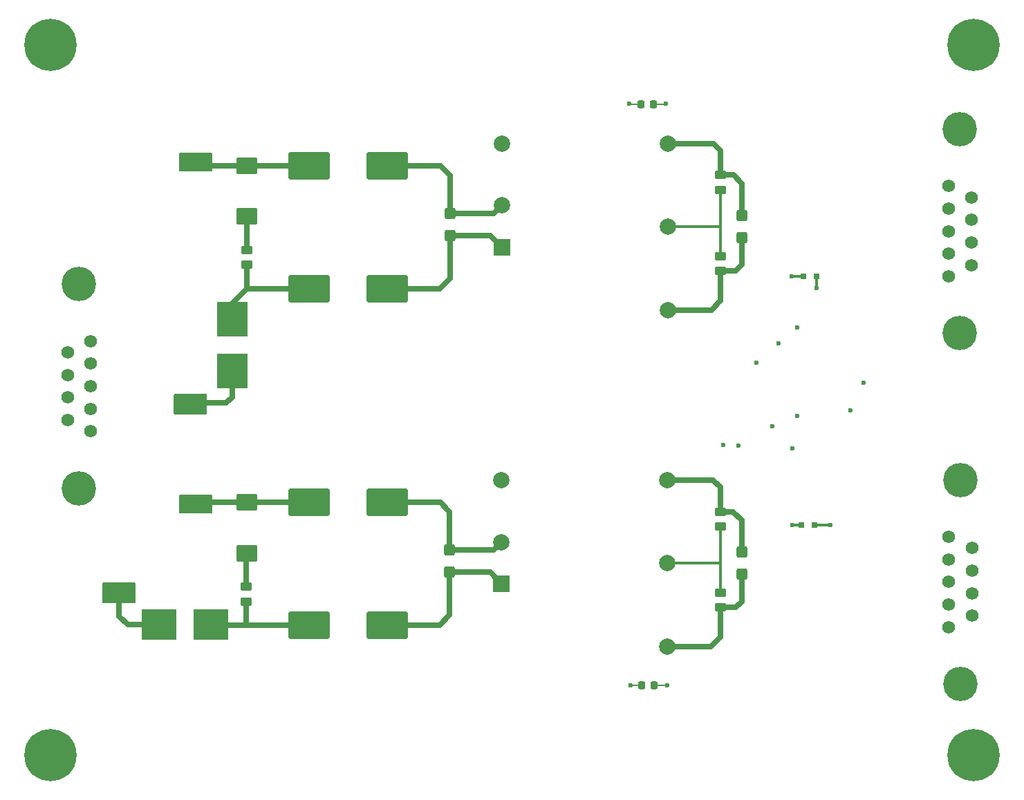
<source format=gbr>
%TF.GenerationSoftware,KiCad,Pcbnew,8.0.6*%
%TF.CreationDate,2025-02-28T11:45:46-05:00*%
%TF.ProjectId,PM5V_Telemetry_Cold_TPC,504d3556-5f54-4656-9c65-6d657472795f,rev?*%
%TF.SameCoordinates,Original*%
%TF.FileFunction,Copper,L1,Top*%
%TF.FilePolarity,Positive*%
%FSLAX46Y46*%
G04 Gerber Fmt 4.6, Leading zero omitted, Abs format (unit mm)*
G04 Created by KiCad (PCBNEW 8.0.6) date 2025-02-28 11:45:46*
%MOMM*%
%LPD*%
G01*
G04 APERTURE LIST*
G04 Aperture macros list*
%AMRoundRect*
0 Rectangle with rounded corners*
0 $1 Rounding radius*
0 $2 $3 $4 $5 $6 $7 $8 $9 X,Y pos of 4 corners*
0 Add a 4 corners polygon primitive as box body*
4,1,4,$2,$3,$4,$5,$6,$7,$8,$9,$2,$3,0*
0 Add four circle primitives for the rounded corners*
1,1,$1+$1,$2,$3*
1,1,$1+$1,$4,$5*
1,1,$1+$1,$6,$7*
1,1,$1+$1,$8,$9*
0 Add four rect primitives between the rounded corners*
20,1,$1+$1,$2,$3,$4,$5,0*
20,1,$1+$1,$4,$5,$6,$7,0*
20,1,$1+$1,$6,$7,$8,$9,0*
20,1,$1+$1,$8,$9,$2,$3,0*%
G04 Aperture macros list end*
%TA.AperFunction,SMDPad,CuDef*%
%ADD10R,4.241800X3.810000*%
%TD*%
%TA.AperFunction,SMDPad,CuDef*%
%ADD11R,3.810000X4.241800*%
%TD*%
%TA.AperFunction,SMDPad,CuDef*%
%ADD12RoundRect,0.225000X0.225000X0.250000X-0.225000X0.250000X-0.225000X-0.250000X0.225000X-0.250000X0*%
%TD*%
%TA.AperFunction,SMDPad,CuDef*%
%ADD13R,0.800000X0.800000*%
%TD*%
%TA.AperFunction,ComponentPad*%
%ADD14C,6.400000*%
%TD*%
%TA.AperFunction,SMDPad,CuDef*%
%ADD15RoundRect,0.250000X0.425000X-0.450000X0.425000X0.450000X-0.425000X0.450000X-0.425000X-0.450000X0*%
%TD*%
%TA.AperFunction,SMDPad,CuDef*%
%ADD16RoundRect,0.250000X0.450000X-0.262500X0.450000X0.262500X-0.450000X0.262500X-0.450000X-0.262500X0*%
%TD*%
%TA.AperFunction,SMDPad,CuDef*%
%ADD17RoundRect,0.170000X2.330000X-1.530000X2.330000X1.530000X-2.330000X1.530000X-2.330000X-1.530000X0*%
%TD*%
%TA.AperFunction,SMDPad,CuDef*%
%ADD18RoundRect,0.250000X-0.450000X0.262500X-0.450000X-0.262500X0.450000X-0.262500X0.450000X0.262500X0*%
%TD*%
%TA.AperFunction,ComponentPad*%
%ADD19C,1.560000*%
%TD*%
%TA.AperFunction,ComponentPad*%
%ADD20C,4.216000*%
%TD*%
%TA.AperFunction,ComponentPad*%
%ADD21R,2.000000X2.000000*%
%TD*%
%TA.AperFunction,ComponentPad*%
%ADD22C,2.000000*%
%TD*%
%TA.AperFunction,SMDPad,CuDef*%
%ADD23RoundRect,0.250000X1.025000X-0.787500X1.025000X0.787500X-1.025000X0.787500X-1.025000X-0.787500X0*%
%TD*%
%TA.AperFunction,ViaPad*%
%ADD24C,0.600000*%
%TD*%
%TA.AperFunction,Conductor*%
%ADD25C,0.200000*%
%TD*%
%TA.AperFunction,Conductor*%
%ADD26C,0.700000*%
%TD*%
%TA.AperFunction,Conductor*%
%ADD27C,0.300000*%
%TD*%
G04 APERTURE END LIST*
D10*
%TO.P,F2,1,1*%
%TO.N,/V_SEC_IN*%
X108292300Y-104060000D03*
%TO.P,F2,2,2*%
%TO.N,Net-(F2-Pad2)*%
X114667700Y-104060000D03*
%TD*%
D11*
%TO.P,F1,1,1*%
%TO.N,/V_SEC_IN*%
X117250000Y-72957700D03*
%TO.P,F1,2,2*%
%TO.N,Net-(F1-Pad2)*%
X117250000Y-66582300D03*
%TD*%
D12*
%TO.P,C10,1*%
%TO.N,/PM_5V_RTN*%
X168843100Y-40250000D03*
%TO.P,C10,2*%
%TO.N,GNDPWR*%
X167293100Y-40250000D03*
%TD*%
D13*
%TO.P,D1,1*%
%TO.N,Net-(D1-Pad1)*%
X188818100Y-61370000D03*
%TO.P,D1,2*%
%TO.N,Net-(D1-Pad2)*%
X187218100Y-61370000D03*
%TD*%
D14*
%TO.P,H3,1,1*%
%TO.N,GNDPWR*%
X208000000Y-33000000D03*
%TD*%
D15*
%TO.P,C20,1*%
%TO.N,/PM_5V_RTN*%
X179635600Y-97842500D03*
%TO.P,C20,2*%
%TO.N,/M5_OUT*%
X179635600Y-95142500D03*
%TD*%
D16*
%TO.P,R5,1*%
%TO.N,Net-(F2-Pad2)*%
X118985600Y-101197500D03*
%TO.P,R5,2*%
%TO.N,Net-(C11-Pad1)*%
X118985600Y-99372500D03*
%TD*%
D17*
%TO.P,L3,1,1*%
%TO.N,Net-(F2-Pad2)*%
X126625600Y-104106000D03*
%TO.P,L3,2,2*%
%TO.N,/Main_Converter1/V_POS*%
X136225600Y-104106000D03*
%TD*%
D16*
%TO.P,R3,1*%
%TO.N,/Main_Converter/trim*%
X177028100Y-50772500D03*
%TO.P,R3,2*%
%TO.N,/PM_5V_RTN*%
X177028100Y-48947500D03*
%TD*%
D14*
%TO.P,H1,1,1*%
%TO.N,GNDPWR*%
X95000000Y-33000000D03*
%TD*%
D15*
%TO.P,C2,1*%
%TO.N,/Main_Converter/V_POS*%
X143918100Y-56350000D03*
%TO.P,C2,2*%
%TO.N,/Main_Converter/V_RTN*%
X143918100Y-53650000D03*
%TD*%
D18*
%TO.P,R4,1*%
%TO.N,/Main_Converter/trim*%
X177038100Y-58877500D03*
%TO.P,R4,2*%
%TO.N,/P5_OUT*%
X177038100Y-60702500D03*
%TD*%
D12*
%TO.P,C16,1*%
%TO.N,/PM_5V_RTN*%
X168923000Y-111506000D03*
%TO.P,C16,2*%
%TO.N,GNDPWR*%
X167373000Y-111506000D03*
%TD*%
D19*
%TO.P,J1,1*%
%TO.N,/V_SEC_RTN*%
X99920000Y-69275000D03*
%TO.P,J1,2*%
X99920000Y-72045000D03*
%TO.P,J1,3*%
%TO.N,unconnected-(J1-Pad3)*%
X99920000Y-74815000D03*
%TO.P,J1,4*%
%TO.N,/V_SEC_RTN*%
X99920000Y-77585000D03*
%TO.P,J1,5*%
X99920000Y-80355000D03*
%TO.P,J1,6*%
%TO.N,/V_SEC_IN*%
X97080000Y-70660000D03*
%TO.P,J1,7*%
X97080000Y-73430000D03*
%TO.P,J1,8*%
X97080000Y-76200000D03*
%TO.P,J1,9*%
X97080000Y-78970000D03*
D20*
%TO.P,J1,S1*%
%TO.N,GNDPWR*%
X98500000Y-62315000D03*
%TO.P,J1,S2*%
X98500000Y-87315000D03*
%TD*%
D18*
%TO.P,R7,1*%
%TO.N,/Main_Converter1/trim*%
X177005600Y-100122499D03*
%TO.P,R7,2*%
%TO.N,/PM_5V_RTN*%
X177005600Y-101947499D03*
%TD*%
D14*
%TO.P,H2,1,1*%
%TO.N,GNDPWR*%
X95000000Y-120000000D03*
%TD*%
D19*
%TO.P,J2,1*%
%TO.N,/PM_5V_RTN*%
X204940000Y-61360000D03*
%TO.P,J2,2*%
X204940000Y-58590000D03*
%TO.P,J2,3*%
%TO.N,unconnected-(J2-Pad3)*%
X204940000Y-55820000D03*
%TO.P,J2,4*%
%TO.N,/PM_5V_RTN*%
X204940000Y-53050000D03*
%TO.P,J2,5*%
X204940000Y-50280000D03*
%TO.P,J2,6*%
%TO.N,/M5_OUT*%
X207780000Y-59975000D03*
%TO.P,J2,7*%
X207780000Y-57205000D03*
%TO.P,J2,8*%
%TO.N,/P5_OUT*%
X207780000Y-54435000D03*
%TO.P,J2,9*%
X207780000Y-51665000D03*
D20*
%TO.P,J2,S1*%
%TO.N,GNDPWR*%
X206360000Y-68320000D03*
%TO.P,J2,S2*%
X206360000Y-43320000D03*
%TD*%
D14*
%TO.P,H4,1,1*%
%TO.N,GNDPWR*%
X208000000Y-120000000D03*
%TD*%
D17*
%TO.P,L2,1,1*%
%TO.N,/V_SEC_RTN*%
X126658100Y-47831000D03*
%TO.P,L2,2,2*%
%TO.N,/Main_Converter/V_RTN*%
X136258100Y-47831000D03*
%TD*%
D21*
%TO.P,U2,1,+VIN*%
%TO.N,/Main_Converter1/V_POS*%
X150235600Y-99020000D03*
D22*
%TO.P,U2,2,-VIN*%
%TO.N,/Main_Converter1/V_RTN*%
X150235600Y-93920000D03*
%TO.P,U2,3,+VOUT*%
%TO.N,/PM_5V_RTN*%
X170535600Y-106720000D03*
%TO.P,U2,4,TRIM*%
%TO.N,/Main_Converter1/trim*%
X170535600Y-96520000D03*
%TO.P,U2,5,-VOUT*%
%TO.N,/M5_OUT*%
X170535600Y-86320000D03*
%TO.P,U2,6,REMOTE*%
%TO.N,unconnected-(U2-REMOTE-Pad6)*%
X150235600Y-86320000D03*
%TD*%
D17*
%TO.P,L4,1,1*%
%TO.N,/V_SEC_RTN*%
X126625600Y-89076001D03*
%TO.P,L4,2,2*%
%TO.N,/Main_Converter1/V_RTN*%
X136225600Y-89076001D03*
%TD*%
D23*
%TO.P,C11,1*%
%TO.N,Net-(C11-Pad1)*%
X119005600Y-95277501D03*
%TO.P,C11,2*%
%TO.N,/V_SEC_RTN*%
X119005600Y-89052501D03*
%TD*%
D17*
%TO.P,L1,1,1*%
%TO.N,Net-(F1-Pad2)*%
X126658100Y-62861000D03*
%TO.P,L1,2,2*%
%TO.N,/Main_Converter/V_POS*%
X136258100Y-62861000D03*
%TD*%
D16*
%TO.P,R6,1*%
%TO.N,/Main_Converter1/trim*%
X176995600Y-92017500D03*
%TO.P,R6,2*%
%TO.N,/M5_OUT*%
X176995600Y-90192500D03*
%TD*%
D13*
%TO.P,D2,1*%
%TO.N,Net-(D2-Pad1)*%
X186978100Y-91830000D03*
%TO.P,D2,2*%
%TO.N,Net-(D2-Pad2)*%
X188578100Y-91830000D03*
%TD*%
D21*
%TO.P,U1,1,+VIN*%
%TO.N,/Main_Converter/V_POS*%
X150268100Y-57775000D03*
D22*
%TO.P,U1,2,-VIN*%
%TO.N,/Main_Converter/V_RTN*%
X150268100Y-52675000D03*
%TO.P,U1,3,+VOUT*%
%TO.N,/P5_OUT*%
X170568100Y-65475000D03*
%TO.P,U1,4,TRIM*%
%TO.N,/Main_Converter/trim*%
X170568100Y-55275000D03*
%TO.P,U1,5,-VOUT*%
%TO.N,/PM_5V_RTN*%
X170568100Y-45075000D03*
%TO.P,U1,6,REMOTE*%
%TO.N,unconnected-(U1-REMOTE-Pad6)*%
X150268100Y-45075000D03*
%TD*%
D19*
%TO.P,J3,1*%
%TO.N,/PM_5V_RTN*%
X204980000Y-104350000D03*
%TO.P,J3,2*%
X204980000Y-101580000D03*
%TO.P,J3,3*%
%TO.N,unconnected-(J3-Pad3)*%
X204980000Y-98810000D03*
%TO.P,J3,4*%
%TO.N,/PM_5V_RTN*%
X204980000Y-96040000D03*
%TO.P,J3,5*%
X204980000Y-93270000D03*
%TO.P,J3,6*%
%TO.N,/M5_OUT*%
X207820000Y-102965000D03*
%TO.P,J3,7*%
X207820000Y-100195000D03*
%TO.P,J3,8*%
%TO.N,/P5_OUT*%
X207820000Y-97425000D03*
%TO.P,J3,9*%
X207820000Y-94655000D03*
D20*
%TO.P,J3,S1*%
%TO.N,GNDPWR*%
X206400000Y-111310000D03*
%TO.P,J3,S2*%
X206400000Y-86310000D03*
%TD*%
D23*
%TO.P,C1,1*%
%TO.N,Net-(C1-Pad1)*%
X119038100Y-54032500D03*
%TO.P,C1,2*%
%TO.N,/V_SEC_RTN*%
X119038100Y-47807500D03*
%TD*%
D15*
%TO.P,C9,1*%
%TO.N,/P5_OUT*%
X179668100Y-56597500D03*
%TO.P,C9,2*%
%TO.N,/PM_5V_RTN*%
X179668100Y-53897500D03*
%TD*%
D16*
%TO.P,R1,1*%
%TO.N,Net-(F1-Pad2)*%
X119018100Y-59952500D03*
%TO.P,R1,2*%
%TO.N,Net-(C1-Pad1)*%
X119018100Y-58127500D03*
%TD*%
D15*
%TO.P,C12,1*%
%TO.N,/Main_Converter1/V_POS*%
X143885600Y-97595001D03*
%TO.P,C12,2*%
%TO.N,/Main_Converter1/V_RTN*%
X143885600Y-94895001D03*
%TD*%
D24*
%TO.N,/V_SEC_RTN*%
X111506000Y-88646000D03*
X112776000Y-48006000D03*
X111506000Y-46736000D03*
X111506000Y-89916000D03*
X112776000Y-89916000D03*
X114046000Y-46736000D03*
X114046000Y-48006000D03*
X112776000Y-46736000D03*
X114046000Y-88646000D03*
X114046000Y-89916000D03*
X112776000Y-88646000D03*
X111506000Y-48006000D03*
%TO.N,/P5_OUT*%
X194564000Y-74422000D03*
X181474300Y-71950000D03*
%TO.N,/PM_5V_RTN*%
X179238100Y-82080000D03*
X185868900Y-82427600D03*
X186468100Y-67620000D03*
X192928100Y-77790000D03*
X184188100Y-69560000D03*
X170318100Y-40230000D03*
X170483000Y-111506000D03*
X183418100Y-79770000D03*
%TO.N,GNDPWR*%
X165868100Y-40220000D03*
X166035500Y-111481000D03*
%TO.N,/M5_OUT*%
X186401900Y-78450000D03*
X177378100Y-82030000D03*
%TO.N,Net-(D1-Pad2)*%
X185758100Y-61370000D03*
%TO.N,Net-(D1-Pad1)*%
X188828100Y-62770000D03*
%TO.N,Net-(D2-Pad1)*%
X185818100Y-91830000D03*
%TO.N,Net-(D2-Pad2)*%
X190508100Y-91840000D03*
%TO.N,/V_SEC_IN*%
X110870000Y-76520000D03*
X104660000Y-100910000D03*
X103390000Y-100910000D03*
X103390000Y-99640000D03*
X110870000Y-77790000D03*
X102120000Y-99640000D03*
X113410000Y-77790000D03*
X104660000Y-99640000D03*
X112140000Y-77790000D03*
X113410000Y-76520000D03*
X102120000Y-100910000D03*
X112140000Y-76520000D03*
%TD*%
D25*
%TO.N,/V_SEC_IN*%
X111240000Y-76890000D02*
X110870000Y-76520000D01*
D26*
X116530000Y-76890000D02*
X111240000Y-76890000D01*
X117250000Y-76170000D02*
X116530000Y-76890000D01*
X117250000Y-72957700D02*
X117250000Y-76170000D01*
%TO.N,Net-(F1-Pad2)*%
X119028100Y-62840000D02*
X117250000Y-64618100D01*
X117250000Y-64618100D02*
X117250000Y-66582300D01*
%TO.N,/V_SEC_IN*%
X103390000Y-103010000D02*
X103390000Y-99640000D01*
X104440000Y-104060000D02*
X103390000Y-103010000D01*
X108292300Y-104060000D02*
X104440000Y-104060000D01*
%TO.N,Net-(C1-Pad1)*%
X119018100Y-58127500D02*
X119018100Y-54052500D01*
D25*
X119018100Y-54052500D02*
X119038100Y-54032500D01*
D26*
%TO.N,/V_SEC_RTN*%
X119005600Y-89052501D02*
X112369499Y-89052501D01*
X126658100Y-47831000D02*
X119061600Y-47831000D01*
X126625600Y-89076000D02*
X119029100Y-89076000D01*
D25*
X119061600Y-47831000D02*
X119038100Y-47807500D01*
D26*
X112369499Y-89052501D02*
X111506000Y-89916000D01*
X119061600Y-47831000D02*
X111681000Y-47831000D01*
D25*
X111681000Y-47831000D02*
X111506000Y-48006000D01*
X119029100Y-89076000D02*
X119005600Y-89052500D01*
D26*
%TO.N,/Main_Converter/V_RTN*%
X143918100Y-53650000D02*
X143918100Y-49000000D01*
X142749100Y-47831000D02*
X136258100Y-47831000D01*
X150268100Y-52675000D02*
X149308100Y-53635000D01*
X149308100Y-53635000D02*
X143933100Y-53635000D01*
X143918100Y-49000000D02*
X142749100Y-47831000D01*
X143933100Y-53635000D02*
X143918100Y-53650000D01*
%TO.N,/Main_Converter/V_POS*%
X148843100Y-56350000D02*
X150268100Y-57775000D01*
X143918100Y-61620000D02*
X142677100Y-62861000D01*
X143918100Y-56350000D02*
X143918100Y-61620000D01*
X143918100Y-56350000D02*
X148843100Y-56350000D01*
X142677100Y-62861000D02*
X136258100Y-62861000D01*
%TO.N,/P5_OUT*%
X175913100Y-65475000D02*
X170568100Y-65475000D01*
X177038100Y-60702500D02*
X177038100Y-64350000D01*
X177038100Y-64350000D02*
X175913100Y-65475000D01*
X179668100Y-56597500D02*
X179668100Y-59950000D01*
X179668100Y-59950000D02*
X178915600Y-60702500D01*
X178915600Y-60702500D02*
X177038100Y-60702500D01*
%TO.N,/PM_5V_RTN*%
X179668100Y-53897500D02*
X179668100Y-49990000D01*
D25*
X168853100Y-40240000D02*
X170308100Y-40240000D01*
D26*
X179635600Y-101195000D02*
X178883100Y-101947500D01*
X178883100Y-101947500D02*
X177005600Y-101947500D01*
X177005600Y-101947500D02*
X177005600Y-105595000D01*
X179635600Y-97842500D02*
X179635600Y-101195000D01*
X176163100Y-45075000D02*
X170568100Y-45075000D01*
X177005600Y-105595000D02*
X175880600Y-106720000D01*
X175880600Y-106720000D02*
X170535600Y-106720000D01*
D25*
X168923000Y-111506000D02*
X170483000Y-111506000D01*
D26*
X177028100Y-45940000D02*
X176163100Y-45075000D01*
D25*
X170308100Y-40240000D02*
X170318100Y-40230000D01*
D26*
X179668100Y-49990000D02*
X178625600Y-48947500D01*
X178625600Y-48947500D02*
X177028100Y-48947500D01*
X177028100Y-48947500D02*
X177028100Y-45940000D01*
D25*
%TO.N,GNDPWR*%
X166055500Y-111501000D02*
X166035500Y-111481000D01*
X167470500Y-111501000D02*
X166055500Y-111501000D01*
X167303100Y-40240000D02*
X165888100Y-40240000D01*
X165888100Y-40240000D02*
X165868100Y-40220000D01*
%TO.N,Net-(C11-Pad1)*%
X118985600Y-95297500D02*
X119005600Y-95277500D01*
D26*
X118985600Y-99372500D02*
X118985600Y-95297500D01*
%TO.N,/Main_Converter1/V_POS*%
X148810600Y-97595000D02*
X150235600Y-99020000D01*
X143885600Y-97595000D02*
X148810600Y-97595000D01*
X143885600Y-97595000D02*
X143885600Y-102865000D01*
X142644600Y-104106000D02*
X136225600Y-104106000D01*
X143885600Y-102865000D02*
X142644600Y-104106000D01*
%TO.N,/Main_Converter1/V_RTN*%
X150235600Y-93920000D02*
X149275600Y-94880000D01*
X149275600Y-94880000D02*
X143900600Y-94880000D01*
X143900600Y-94880000D02*
X143885600Y-94895000D01*
X143885600Y-90245000D02*
X142716600Y-89076000D01*
X143885600Y-94895000D02*
X143885600Y-90245000D01*
X142716600Y-89076000D02*
X136225600Y-89076000D01*
%TO.N,/M5_OUT*%
X178593100Y-90192500D02*
X176995600Y-90192500D01*
X176130600Y-86320000D02*
X170535600Y-86320000D01*
X176995600Y-87185000D02*
X176130600Y-86320000D01*
X176995600Y-90192500D02*
X176995600Y-87185000D01*
X179635600Y-91235000D02*
X178593100Y-90192500D01*
X179635600Y-95142500D02*
X179635600Y-91235000D01*
D27*
%TO.N,Net-(D1-Pad2)*%
X187218100Y-61370000D02*
X185758100Y-61370000D01*
D25*
%TO.N,Net-(D1-Pad1)*%
X188828100Y-61380000D02*
X188818100Y-61370000D01*
D27*
X188828100Y-62770000D02*
X188828100Y-61380000D01*
%TO.N,Net-(D2-Pad1)*%
X186978100Y-91830000D02*
X185818100Y-91830000D01*
%TO.N,Net-(D2-Pad2)*%
X188578100Y-91830000D02*
X190498100Y-91830000D01*
D25*
X190498100Y-91830000D02*
X190508100Y-91840000D01*
%TO.N,/V_SEC_IN*%
X103221100Y-99808900D02*
X103390000Y-99640000D01*
X112003600Y-77653600D02*
X112140000Y-77790000D01*
D26*
%TO.N,Net-(F1-Pad2)*%
X119028100Y-59962500D02*
X119018100Y-59952500D01*
X119028100Y-62840000D02*
X126637100Y-62840000D01*
X119028100Y-62840000D02*
X119028100Y-59962500D01*
D25*
X126637100Y-62840000D02*
X126658100Y-62861000D01*
D26*
%TO.N,Net-(F2-Pad2)*%
X118995600Y-101207500D02*
X118985600Y-101197500D01*
X115278100Y-104085000D02*
X118995600Y-104085000D01*
X118995600Y-104085000D02*
X126604600Y-104085000D01*
D25*
X126604600Y-104085000D02*
X126625600Y-104106000D01*
D26*
X118995600Y-104085000D02*
X118995600Y-101207500D01*
D25*
%TO.N,/Main_Converter/trim*%
X176948100Y-55280000D02*
X177038100Y-55280000D01*
D27*
X177038100Y-55280000D02*
X177038100Y-58877500D01*
X176943100Y-55275000D02*
X170568100Y-55275000D01*
X177038100Y-55280000D02*
X177038100Y-50782500D01*
D25*
X177038100Y-50782500D02*
X177028100Y-50772500D01*
X176943100Y-55275000D02*
X176948100Y-55280000D01*
%TO.N,/Main_Converter1/trim*%
X177005600Y-92027500D02*
X176995600Y-92017500D01*
D27*
X177005600Y-96525000D02*
X177005600Y-92027500D01*
X177005600Y-96525000D02*
X177005600Y-100122500D01*
D25*
X176910600Y-96520000D02*
X176915600Y-96525000D01*
D27*
X176910600Y-96520000D02*
X170535600Y-96520000D01*
D25*
X176915600Y-96525000D02*
X177005600Y-96525000D01*
%TD*%
%TA.AperFunction,Conductor*%
%TO.N,/V_SEC_RTN*%
G36*
X114751039Y-46247685D02*
G01*
X114796794Y-46300489D01*
X114808000Y-46352000D01*
X114808000Y-48390000D01*
X114788315Y-48457039D01*
X114735511Y-48502794D01*
X114684000Y-48514000D01*
X110868000Y-48514000D01*
X110800961Y-48494315D01*
X110755206Y-48441511D01*
X110744000Y-48390000D01*
X110744000Y-46352000D01*
X110763685Y-46284961D01*
X110816489Y-46239206D01*
X110868000Y-46228000D01*
X114684000Y-46228000D01*
X114751039Y-46247685D01*
G37*
%TD.AperFunction*%
%TD*%
%TA.AperFunction,Conductor*%
%TO.N,/V_SEC_IN*%
G36*
X105365039Y-98897685D02*
G01*
X105410794Y-98950489D01*
X105422000Y-99002000D01*
X105422000Y-101294000D01*
X105402315Y-101361039D01*
X105349511Y-101406794D01*
X105298000Y-101418000D01*
X101482000Y-101418000D01*
X101414961Y-101398315D01*
X101369206Y-101345511D01*
X101358000Y-101294000D01*
X101358000Y-99002000D01*
X101377685Y-98934961D01*
X101430489Y-98889206D01*
X101482000Y-98878000D01*
X105298000Y-98878000D01*
X105365039Y-98897685D01*
G37*
%TD.AperFunction*%
%TD*%
%TA.AperFunction,Conductor*%
%TO.N,/V_SEC_RTN*%
G36*
X114751039Y-88157685D02*
G01*
X114796794Y-88210489D01*
X114808000Y-88262000D01*
X114808000Y-90300000D01*
X114788315Y-90367039D01*
X114735511Y-90412794D01*
X114684000Y-90424000D01*
X110868000Y-90424000D01*
X110800961Y-90404315D01*
X110755206Y-90351511D01*
X110744000Y-90300000D01*
X110744000Y-88262000D01*
X110763685Y-88194961D01*
X110816489Y-88149206D01*
X110868000Y-88138000D01*
X114684000Y-88138000D01*
X114751039Y-88157685D01*
G37*
%TD.AperFunction*%
%TD*%
%TA.AperFunction,Conductor*%
%TO.N,/V_SEC_IN*%
G36*
X114115039Y-75777685D02*
G01*
X114160794Y-75830489D01*
X114172000Y-75882000D01*
X114172000Y-78174000D01*
X114152315Y-78241039D01*
X114099511Y-78286794D01*
X114048000Y-78298000D01*
X110232000Y-78298000D01*
X110164961Y-78278315D01*
X110119206Y-78225511D01*
X110108000Y-78174000D01*
X110108000Y-75882000D01*
X110127685Y-75814961D01*
X110180489Y-75769206D01*
X110232000Y-75758000D01*
X114048000Y-75758000D01*
X114115039Y-75777685D01*
G37*
%TD.AperFunction*%
%TD*%
M02*

</source>
